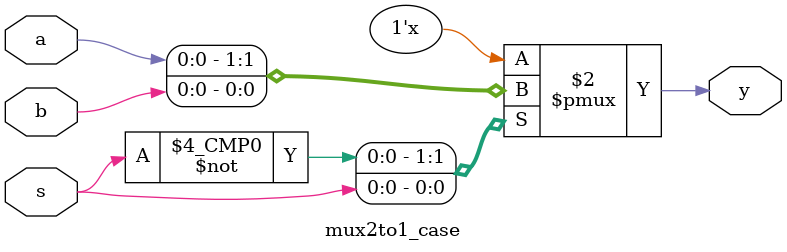
<source format=v>
module mux2to1_case(
input a, input b, input s, 
output reg y
);
always @(*) begin
case(s)
1'b0: y = a;
1'b1: y = b;
endcase
end
endmodule




/*OUTPUT
meenakshi@meenakshi-Inspiron-3501:~/verilog/mux2to1_case$ vvp mux2to1_case.out
VCD info: dumpfile mux2to1_case.vcd opened for output.
$time=0,|a=0| b=1| s=0| y=0
$time=10,|a=1| b=0| s=1| y=0
mux2to1_case_tb.v:16: $finish called at 20 (1s)
*/

</source>
